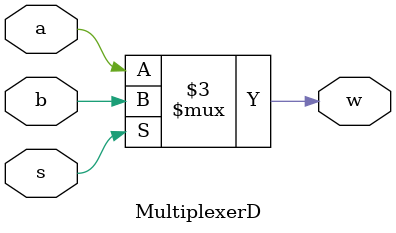
<source format=v>
module MultiplexerD
	(input a, b, s, output w);
	reg w;
	always @(a, b, s) begin
		if(s) w = b;
		else w = a;
	end
endmodule

</source>
